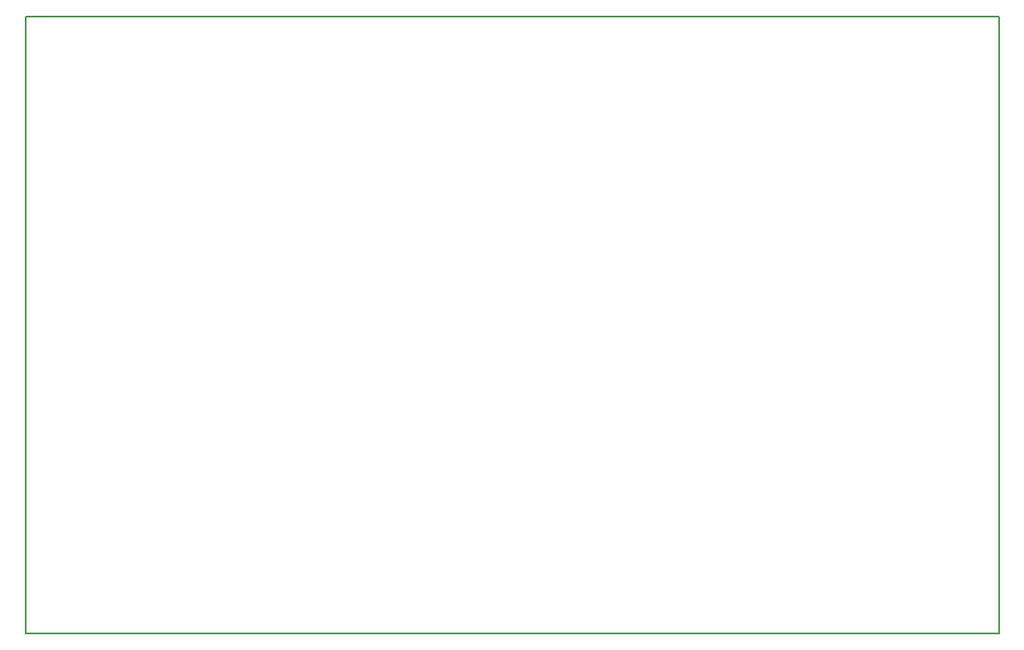
<source format=gko>
G04*
G04 #@! TF.GenerationSoftware,Altium Limited,Altium Designer,19.0.15 (446)*
G04*
G04 Layer_Color=16711935*
%FSLAX25Y25*%
%MOIN*%
G70*
G01*
G75*
%ADD14C,0.00787*%
D14*
X-255512Y-124016D02*
X135827Y-124016D01*
X135827Y124016D02*
X135827Y-124016D01*
X-255512Y124016D02*
X135827Y124016D01*
X-255512Y124016D02*
X-255512Y-124016D01*
M02*

</source>
